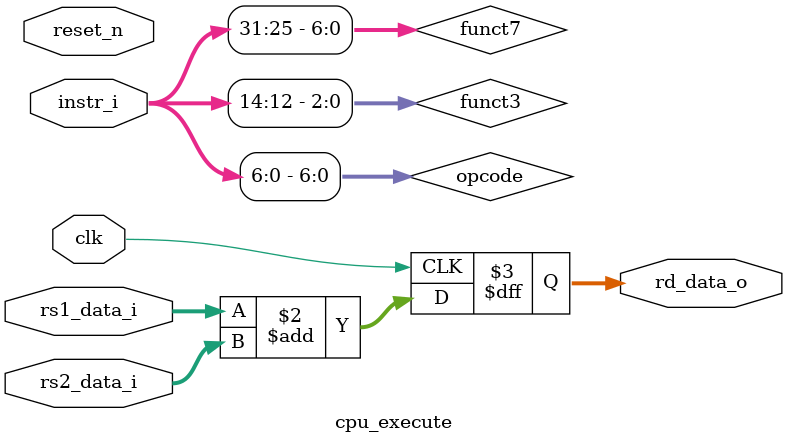
<source format=sv>
`default_nettype none

module cpu_execute
(
  input wire logic clk,
  input wire logic reset_n,

  input wire logic [31:0] instr_i,

  input wire logic [31:0] rs1_data_i,
  input wire logic [31:0] rs2_data_i,

  output logic [31:0] rd_data_o
);

logic [6:0] opcode;
logic [2:0] funct3;
logic [6:0] funct7;

assign opcode = instr_i[6:0];
assign funct3 = instr_i[14:12];
assign funct7 = instr_i[31:25];

always_ff @(posedge clk) begin
  rd_data_o <= rs1_data_i + rs2_data_i;
end

endmodule

</source>
